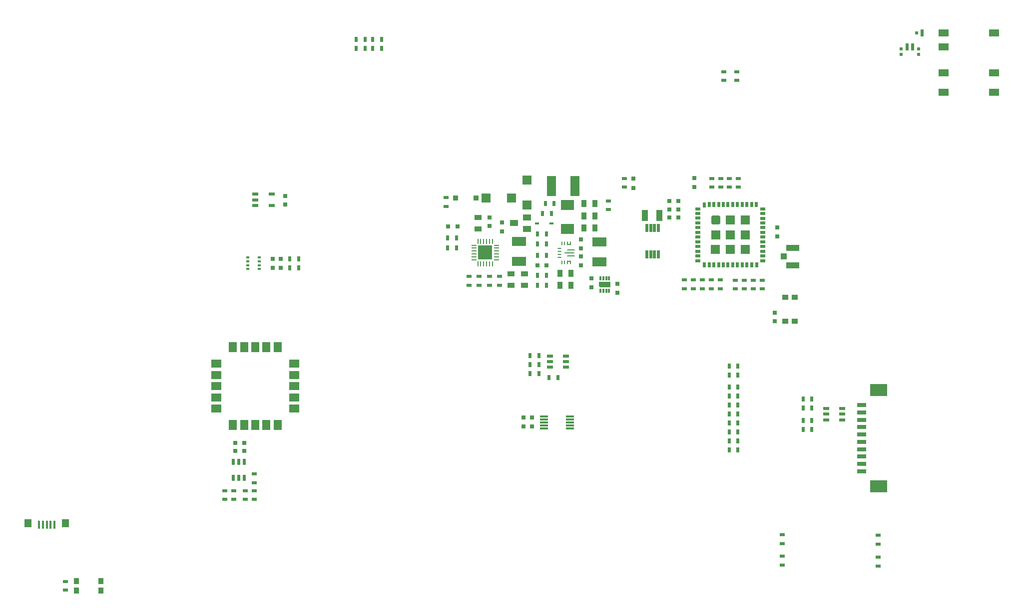
<source format=gtp>
G04*
G04 #@! TF.GenerationSoftware,Altium Limited,Altium Designer,20.2.5 (213)*
G04*
G04 Layer_Color=8421504*
%FSAX25Y25*%
%MOIN*%
G70*
G04*
G04 #@! TF.SameCoordinates,38458E12-344E-42E4-8E5B-5AAD2516AE5C*
G04*
G04*
G04 #@! TF.FilePolarity,Positive*
G04*
G01*
G75*
%ADD28R,0.01929X0.03740*%
%ADD29R,0.03780X0.01968*%
%ADD30R,0.03740X0.01929*%
%ADD31R,0.03740X0.01929*%
%ADD32R,0.03543X0.02362*%
%ADD33C,0.00039*%
%ADD34R,0.03150X0.03150*%
%ADD35R,0.05709X0.01181*%
%ADD36R,0.05906X0.05906*%
G04:AMPARAMS|DCode=37|XSize=59.06mil|YSize=59.06mil|CornerRadius=5.91mil|HoleSize=0mil|Usage=FLASHONLY|Rotation=0.000|XOffset=0mil|YOffset=0mil|HoleType=Round|Shape=RoundedRectangle|*
%AMROUNDEDRECTD37*
21,1,0.05906,0.04724,0,0,0.0*
21,1,0.04724,0.05906,0,0,0.0*
1,1,0.01181,0.02362,-0.02362*
1,1,0.01181,-0.02362,-0.02362*
1,1,0.01181,-0.02362,0.02362*
1,1,0.01181,0.02362,0.02362*
%
%ADD37ROUNDEDRECTD37*%
%ADD38R,0.02362X0.03543*%
%ADD39R,0.03150X0.03150*%
%ADD40R,0.04331X0.02362*%
%ADD41R,0.06299X0.03150*%
%ADD42O,0.03543X0.00984*%
%ADD43R,0.01968X0.05512*%
%ADD44R,0.03937X0.02362*%
%ADD45R,0.01929X0.01772*%
%ADD46R,0.02244X0.02441*%
%ADD47R,0.03937X0.03543*%
%ADD48R,0.05118X0.03543*%
%ADD49R,0.03543X0.05118*%
%ADD50R,0.01575X0.05512*%
%ADD51R,0.04724X0.05512*%
%ADD52R,0.08661X0.04134*%
%ADD53R,0.08504X0.07008*%
%ADD54R,0.05512X0.03937*%
%ADD55O,0.00984X0.03543*%
%ADD56R,0.09449X0.09449*%
G04:AMPARAMS|DCode=57|XSize=9.84mil|YSize=23.62mil|CornerRadius=2.46mil|HoleSize=0mil|Usage=FLASHONLY|Rotation=90.000|XOffset=0mil|YOffset=0mil|HoleType=Round|Shape=RoundedRectangle|*
%AMROUNDEDRECTD57*
21,1,0.00984,0.01870,0,0,90.0*
21,1,0.00492,0.02362,0,0,90.0*
1,1,0.00492,0.00935,0.00246*
1,1,0.00492,0.00935,-0.00246*
1,1,0.00492,-0.00935,-0.00246*
1,1,0.00492,-0.00935,0.00246*
%
%ADD57ROUNDEDRECTD57*%
G04:AMPARAMS|DCode=58|XSize=9.84mil|YSize=66.93mil|CornerRadius=2.46mil|HoleSize=0mil|Usage=FLASHONLY|Rotation=90.000|XOffset=0mil|YOffset=0mil|HoleType=Round|Shape=RoundedRectangle|*
%AMROUNDEDRECTD58*
21,1,0.00984,0.06201,0,0,90.0*
21,1,0.00492,0.06693,0,0,90.0*
1,1,0.00492,0.03100,0.00246*
1,1,0.00492,0.03100,-0.00246*
1,1,0.00492,-0.03100,-0.00246*
1,1,0.00492,-0.03100,0.00246*
%
%ADD58ROUNDEDRECTD58*%
G04:AMPARAMS|DCode=59|XSize=9.84mil|YSize=23.62mil|CornerRadius=2.46mil|HoleSize=0mil|Usage=FLASHONLY|Rotation=0.000|XOffset=0mil|YOffset=0mil|HoleType=Round|Shape=RoundedRectangle|*
%AMROUNDEDRECTD59*
21,1,0.00984,0.01870,0,0,0.0*
21,1,0.00492,0.02362,0,0,0.0*
1,1,0.00492,0.00246,-0.00935*
1,1,0.00492,-0.00246,-0.00935*
1,1,0.00492,-0.00246,0.00935*
1,1,0.00492,0.00246,0.00935*
%
%ADD59ROUNDEDRECTD59*%
%ADD60R,0.01181X0.02756*%
%ADD61R,0.01968X0.01968*%
%ADD62R,0.05512X0.06693*%
%ADD63R,0.06693X0.05512*%
%ADD64R,0.02362X0.04331*%
%ADD65R,0.02441X0.02244*%
%ADD66R,0.03543X0.03937*%
%ADD67R,0.02362X0.04921*%
%ADD68R,0.11811X0.08268*%
%ADD69R,0.07087X0.05118*%
%ADD70R,0.04331X0.07480*%
G04:AMPARAMS|DCode=71|XSize=9.84mil|YSize=27.56mil|CornerRadius=2.46mil|HoleSize=0mil|Usage=FLASHONLY|Rotation=90.000|XOffset=0mil|YOffset=0mil|HoleType=Round|Shape=RoundedRectangle|*
%AMROUNDEDRECTD71*
21,1,0.00984,0.02264,0,0,90.0*
21,1,0.00492,0.02756,0,0,90.0*
1,1,0.00492,0.01132,0.00246*
1,1,0.00492,0.01132,-0.00246*
1,1,0.00492,-0.01132,-0.00246*
1,1,0.00492,-0.01132,0.00246*
%
%ADD71ROUNDEDRECTD71*%
G04:AMPARAMS|DCode=72|XSize=9.84mil|YSize=53.15mil|CornerRadius=2.46mil|HoleSize=0mil|Usage=FLASHONLY|Rotation=90.000|XOffset=0mil|YOffset=0mil|HoleType=Round|Shape=RoundedRectangle|*
%AMROUNDEDRECTD72*
21,1,0.00984,0.04823,0,0,90.0*
21,1,0.00492,0.05315,0,0,90.0*
1,1,0.00492,0.02411,0.00246*
1,1,0.00492,0.02411,-0.00246*
1,1,0.00492,-0.02411,-0.00246*
1,1,0.00492,-0.02411,0.00246*
%
%ADD72ROUNDEDRECTD72*%
%ADD73R,0.09449X0.06299*%
%ADD74R,0.06102X0.13583*%
%ADD75R,0.02756X0.01772*%
%ADD76R,0.03543X0.03740*%
%ADD77R,0.06299X0.05906*%
%ADD78R,0.05906X0.06299*%
%ADD79R,0.03937X0.03937*%
%ADD80R,0.02244X0.04921*%
G36*
X0632956Y0477032D02*
X0632956Y0476737D01*
X0632956Y0473293D01*
X0626264Y0473293D01*
X0625278Y0474277D01*
X0625279Y0476742D01*
X0625280Y0477034D01*
X0632956Y0477032D01*
D02*
G37*
D28*
X0730318Y0528588D02*
D03*
X0727129D02*
D03*
X0723980D02*
D03*
X0720830D02*
D03*
X0717680D02*
D03*
X0714531D02*
D03*
X0711381D02*
D03*
X0708271D02*
D03*
X0705122D02*
D03*
X0701972D02*
D03*
X0698822D02*
D03*
X0695633Y0528549D02*
D03*
X0730476Y0488549D02*
D03*
X0727169D02*
D03*
X0723980D02*
D03*
X0720830D02*
D03*
X0717680D02*
D03*
X0714531D02*
D03*
X0711381D02*
D03*
X0708232D02*
D03*
X0705122D02*
D03*
X0701972D02*
D03*
X0698783D02*
D03*
X0695633D02*
D03*
D29*
X0734747Y0491206D02*
D03*
Y0494356D02*
D03*
Y0497506D02*
D03*
Y0500655D02*
D03*
Y0503805D02*
D03*
Y0506954D02*
D03*
Y0510104D02*
D03*
Y0513253D02*
D03*
Y0516403D02*
D03*
Y0519553D02*
D03*
Y0522702D02*
D03*
Y0525852D02*
D03*
X0691204Y0525891D02*
D03*
D30*
X0691184Y0491226D02*
D03*
Y0494376D02*
D03*
Y0497525D02*
D03*
Y0500675D02*
D03*
Y0503825D02*
D03*
Y0506974D02*
D03*
Y0510123D02*
D03*
Y0513273D02*
D03*
Y0519572D02*
D03*
Y0522761D02*
D03*
D31*
Y0516423D02*
D03*
D32*
X0631493Y0525257D02*
D03*
Y0531163D02*
D03*
X0706432Y0540281D02*
D03*
X0734235Y0478234D02*
D03*
X0708709Y0611625D02*
D03*
X0700448Y0540281D02*
D03*
X0728213Y0478234D02*
D03*
X0717292Y0611621D02*
D03*
X0682277Y0472367D02*
D03*
X0523369Y0527525D02*
D03*
X0558803Y0480675D02*
D03*
X0538724D02*
D03*
X0722190Y0472328D02*
D03*
X0747560Y0293594D02*
D03*
X0811497Y0293122D02*
D03*
X0381475Y0331647D02*
D03*
X0269426Y0270950D02*
D03*
Y0276856D02*
D03*
X0717292Y0617527D02*
D03*
X0708709Y0617530D02*
D03*
X0811497Y0301704D02*
D03*
Y0307610D02*
D03*
X0747560Y0302177D02*
D03*
Y0308082D02*
D03*
X0395273Y0348584D02*
D03*
Y0342678D02*
D03*
X0395294Y0337553D02*
D03*
Y0331647D02*
D03*
X0389296Y0331647D02*
D03*
Y0337553D02*
D03*
X0381475D02*
D03*
X0375496Y0331647D02*
D03*
Y0337553D02*
D03*
X0811497Y0287216D02*
D03*
X0747560Y0287689D02*
D03*
X0706293Y0472367D02*
D03*
Y0478272D02*
D03*
X0722190Y0478234D02*
D03*
X0716204Y0472328D02*
D03*
Y0478234D02*
D03*
X0718407Y0546187D02*
D03*
Y0540281D02*
D03*
X0734235Y0472328D02*
D03*
X0728213D02*
D03*
X0712416Y0546187D02*
D03*
Y0540281D02*
D03*
X0700309Y0478272D02*
D03*
Y0472367D02*
D03*
X0694285Y0478272D02*
D03*
Y0472367D02*
D03*
X0688262Y0478272D02*
D03*
Y0472367D02*
D03*
X0538724Y0474769D02*
D03*
X0558803D02*
D03*
X0523369Y0533431D02*
D03*
X0706432Y0546187D02*
D03*
X0545417Y0480675D02*
D03*
Y0474769D02*
D03*
X0700448Y0546187D02*
D03*
X0552110Y0474769D02*
D03*
Y0480675D02*
D03*
X0642308Y0540320D02*
D03*
Y0546226D02*
D03*
X0682277Y0478272D02*
D03*
D33*
X0788639Y0650695D02*
D03*
Y0655694D02*
D03*
X0793639Y0650695D02*
D03*
Y0655694D02*
D03*
X0798639Y0650695D02*
D03*
Y0655694D02*
D03*
D34*
X0580607Y0386281D02*
D03*
Y0380375D02*
D03*
X0575096Y0386281D02*
D03*
Y0380375D02*
D03*
X0688777Y0540414D02*
D03*
Y0546320D02*
D03*
X0648331Y0539612D02*
D03*
X0744387Y0507446D02*
D03*
X0613389Y0499553D02*
D03*
X0552405Y0520143D02*
D03*
X0613389Y0493962D02*
D03*
X0620121Y0473440D02*
D03*
X0637728Y0475582D02*
D03*
X0742517Y0456556D02*
D03*
X0407618Y0492368D02*
D03*
X0415922Y0534533D02*
D03*
X0413088Y0492383D02*
D03*
Y0486477D02*
D03*
X0415922Y0528627D02*
D03*
X0407618Y0486462D02*
D03*
X0742517Y0450651D02*
D03*
X0637728Y0469676D02*
D03*
X0620121Y0479345D02*
D03*
X0613389Y0488057D02*
D03*
X0560673Y0516600D02*
D03*
Y0510695D02*
D03*
X0552405Y0514238D02*
D03*
X0613389Y0505458D02*
D03*
X0744387Y0513352D02*
D03*
X0648331Y0545911D02*
D03*
D35*
X0606001Y0387068D02*
D03*
Y0385100D02*
D03*
Y0383131D02*
D03*
Y0381163D02*
D03*
Y0379194D02*
D03*
X0588678D02*
D03*
Y0381163D02*
D03*
Y0383131D02*
D03*
Y0385100D02*
D03*
Y0387068D02*
D03*
D36*
X0722826Y0498706D02*
D03*
X0712984D02*
D03*
X0703043D02*
D03*
X0722826Y0508549D02*
D03*
X0712984D02*
D03*
X0703141D02*
D03*
X0722826Y0518391D02*
D03*
X0712984Y0518391D02*
D03*
D37*
X0703141Y0518391D02*
D03*
D38*
X0585233Y0421633D02*
D03*
X0579328D02*
D03*
X0585233Y0427637D02*
D03*
X0585233Y0415629D02*
D03*
X0712151Y0382770D02*
D03*
Y0376747D02*
D03*
Y0370763D02*
D03*
Y0364778D02*
D03*
X0718048Y0420793D02*
D03*
X0579328Y0415629D02*
D03*
X0761437Y0384376D02*
D03*
X0590102Y0509218D02*
D03*
X0530261Y0499769D02*
D03*
X0584196Y0474572D02*
D03*
Y0502525D02*
D03*
X0469190Y0639037D02*
D03*
X0712151Y0400802D02*
D03*
Y0394778D02*
D03*
X0761437Y0392722D02*
D03*
X0579328Y0427637D02*
D03*
X0592025Y0412972D02*
D03*
X0424781Y0492446D02*
D03*
X0418875D02*
D03*
Y0486462D02*
D03*
X0424781D02*
D03*
X0712143Y0420793D02*
D03*
X0718048Y0414809D02*
D03*
X0712143D02*
D03*
X0761438Y0398712D02*
D03*
X0767344D02*
D03*
X0767342Y0392722D02*
D03*
X0767342Y0384376D02*
D03*
X0761437Y0378352D02*
D03*
X0767342D02*
D03*
X0718056Y0364778D02*
D03*
Y0370763D02*
D03*
Y0376747D02*
D03*
Y0382770D02*
D03*
X0718056Y0388794D02*
D03*
X0712151D02*
D03*
X0718056Y0394778D02*
D03*
Y0400802D02*
D03*
Y0406786D02*
D03*
X0712151D02*
D03*
X0597930Y0412972D02*
D03*
X0463284Y0639037D02*
D03*
X0463284Y0633033D02*
D03*
X0469190D02*
D03*
X0474308Y0639037D02*
D03*
X0480214D02*
D03*
X0474308Y0633033D02*
D03*
X0480214D02*
D03*
X0590102Y0502525D02*
D03*
Y0494651D02*
D03*
X0584196D02*
D03*
X0590102Y0474572D02*
D03*
X0587740Y0522604D02*
D03*
X0593645D02*
D03*
X0590102Y0481265D02*
D03*
X0584196D02*
D03*
X0524355Y0499769D02*
D03*
X0524354Y0506462D02*
D03*
X0530259D02*
D03*
X0584196Y0509218D02*
D03*
X0595338Y0529336D02*
D03*
X0589432D02*
D03*
D39*
X0388580Y0369548D02*
D03*
X0382674D02*
D03*
X0672287Y0525380D02*
D03*
X0672366Y0530970D02*
D03*
X0672366Y0519986D02*
D03*
X0584295Y0488057D02*
D03*
X0382657Y0364021D02*
D03*
X0388563D02*
D03*
X0530850Y0513942D02*
D03*
X0524550D02*
D03*
X0590200Y0488057D02*
D03*
X0678271Y0519986D02*
D03*
X0678271Y0530970D02*
D03*
X0678192Y0525380D02*
D03*
D40*
X0592615Y0427539D02*
D03*
Y0423799D02*
D03*
Y0420059D02*
D03*
X0603245D02*
D03*
Y0423799D02*
D03*
Y0427539D02*
D03*
X0777027Y0388628D02*
D03*
X0787657Y0384887D02*
D03*
Y0388628D02*
D03*
X0777027Y0392368D02*
D03*
Y0384887D02*
D03*
X0787657Y0392368D02*
D03*
D41*
X0800492Y0389789D02*
D03*
Y0350419D02*
D03*
Y0384868D02*
D03*
Y0379946D02*
D03*
Y0394710D02*
D03*
Y0375025D02*
D03*
Y0355340D02*
D03*
Y0370104D02*
D03*
Y0365183D02*
D03*
Y0360261D02*
D03*
D42*
X0541775Y0493667D02*
D03*
Y0491698D02*
D03*
Y0499572D02*
D03*
X0556932D02*
D03*
Y0501541D02*
D03*
Y0497604D02*
D03*
Y0495635D02*
D03*
Y0493667D02*
D03*
Y0491698D02*
D03*
X0541775Y0495635D02*
D03*
Y0497604D02*
D03*
Y0501541D02*
D03*
D43*
X0659847Y0495399D02*
D03*
X0657288D02*
D03*
Y0513116D02*
D03*
X0664965D02*
D03*
X0662406D02*
D03*
X0659847D02*
D03*
X0664965Y0495399D02*
D03*
X0662406D02*
D03*
D44*
X0396040Y0535616D02*
D03*
Y0528135D02*
D03*
Y0531876D02*
D03*
X0406867Y0528135D02*
D03*
Y0535616D02*
D03*
D45*
X0390902Y0493254D02*
D03*
Y0490695D02*
D03*
X0398539Y0488135D02*
D03*
X0390902Y0485576D02*
D03*
Y0488135D02*
D03*
X0398539Y0490695D02*
D03*
Y0485576D02*
D03*
Y0493254D02*
D03*
D46*
X0837300Y0643497D02*
D03*
D47*
X0755922Y0450663D02*
D03*
X0749623D02*
D03*
Y0466804D02*
D03*
X0755922D02*
D03*
D48*
X0544629Y0520045D02*
D03*
X0575732Y0474769D02*
D03*
X0566677D02*
D03*
Y0482250D02*
D03*
X0575732D02*
D03*
X0544629Y0512565D02*
D03*
D49*
X0622740Y0529257D02*
D03*
X0622661Y0521187D02*
D03*
X0622621Y0513116D02*
D03*
X0599196Y0482840D02*
D03*
X0599275Y0474809D02*
D03*
X0606755D02*
D03*
X0606676Y0482840D02*
D03*
X0615141Y0513116D02*
D03*
X0615180Y0521187D02*
D03*
X0615259Y0529257D02*
D03*
D50*
X0251710Y0314828D02*
D03*
X0261946D02*
D03*
X0254269D02*
D03*
X0256828D02*
D03*
X0259387D02*
D03*
D51*
X0244229Y0315714D02*
D03*
X0269426D02*
D03*
D52*
X0754476Y0499750D02*
D03*
Y0488135D02*
D03*
D53*
X0604157Y0512565D02*
D03*
Y0528313D02*
D03*
D54*
X0577306Y0520045D02*
D03*
Y0512565D02*
D03*
X0568645Y0516305D02*
D03*
D55*
X0546401Y0489041D02*
D03*
X0548369D02*
D03*
X0544432Y0504198D02*
D03*
X0546401D02*
D03*
X0548369D02*
D03*
X0550338D02*
D03*
X0552306D02*
D03*
X0554275D02*
D03*
Y0489041D02*
D03*
X0552306D02*
D03*
X0550338D02*
D03*
X0544432D02*
D03*
D56*
X0549354Y0496620D02*
D03*
D57*
X0598871Y0493391D02*
D03*
Y0495360D02*
D03*
Y0497328D02*
D03*
Y0499297D02*
D03*
D58*
X0605761Y0496344D02*
D03*
D59*
X0600446Y0502643D02*
D03*
X0602415D02*
D03*
X0604383D02*
D03*
X0606352D02*
D03*
Y0490045D02*
D03*
X0604383D02*
D03*
X0602415D02*
D03*
X0600446D02*
D03*
D60*
X0626165Y0471029D02*
D03*
Y0479297D02*
D03*
X0628133D02*
D03*
X0630102D02*
D03*
X0632070D02*
D03*
Y0471029D02*
D03*
X0630102D02*
D03*
X0628133D02*
D03*
D61*
X0629117Y0475163D02*
D03*
D62*
X0380985Y0381381D02*
D03*
X0403426D02*
D03*
X0410906D02*
D03*
Y0433350D02*
D03*
X0380985D02*
D03*
X0388465D02*
D03*
X0395946D02*
D03*
X0403426D02*
D03*
X0395946Y0381381D02*
D03*
X0388465D02*
D03*
D63*
X0421930Y0392405D02*
D03*
Y0422326D02*
D03*
X0369961D02*
D03*
Y0392405D02*
D03*
Y0399885D02*
D03*
Y0407366D02*
D03*
Y0414846D02*
D03*
X0421930D02*
D03*
Y0407366D02*
D03*
Y0399885D02*
D03*
D64*
X0384901Y0356580D02*
D03*
X0381161Y0345950D02*
D03*
X0384901D02*
D03*
X0388641D02*
D03*
Y0356580D02*
D03*
X0381161D02*
D03*
D65*
X0826828Y0628982D02*
D03*
X0838481Y0629061D02*
D03*
Y0632761D02*
D03*
X0826828Y0632683D02*
D03*
D66*
X0276702Y0277013D02*
D03*
X0292844D02*
D03*
Y0270714D02*
D03*
X0276702D02*
D03*
D67*
X0830804Y0634068D02*
D03*
X0834584D02*
D03*
D68*
X0811909Y0340380D02*
D03*
Y0404750D02*
D03*
D69*
X0855174Y0643537D02*
D03*
Y0634088D02*
D03*
Y0616765D02*
D03*
Y0603773D02*
D03*
X0889033Y0643537D02*
D03*
Y0603773D02*
D03*
Y0616765D02*
D03*
D70*
X0655772Y0521541D02*
D03*
X0665615D02*
D03*
D71*
X0605367Y0490734D02*
D03*
Y0501954D02*
D03*
D72*
X0606450Y0498313D02*
D03*
Y0494376D02*
D03*
D73*
X0625692Y0503864D02*
D03*
Y0490478D02*
D03*
X0571795Y0504100D02*
D03*
Y0490714D02*
D03*
D74*
X0609314Y0541108D02*
D03*
X0593566D02*
D03*
D75*
X0583803Y0515911D02*
D03*
X0593645D02*
D03*
D76*
X0529472Y0533234D02*
D03*
X0543251D02*
D03*
D77*
X0550043Y0533234D02*
D03*
X0566775D02*
D03*
D78*
X0577306Y0528411D02*
D03*
Y0545143D02*
D03*
D79*
X0748570Y0493942D02*
D03*
D80*
X0841001Y0643497D02*
D03*
M02*

</source>
